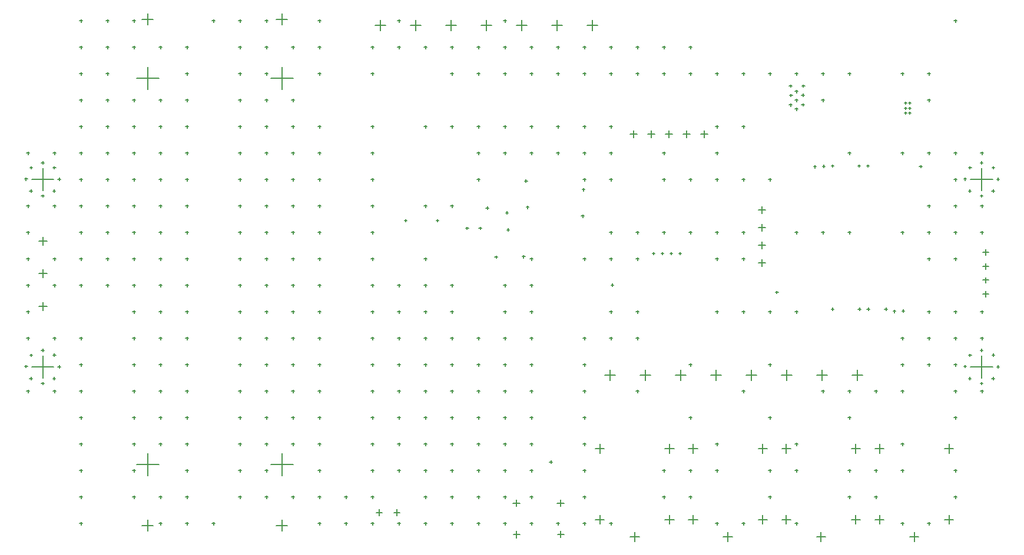
<source format=gbr>
%TF.GenerationSoftware,Altium Limited,Altium Designer,21.3.2 (30)*%
G04 Layer_Color=128*
%FSLAX26Y26*%
%MOIN*%
%TF.SameCoordinates,5CB9DBA1-4DA9-4ED0-9B61-E5D9B39C4D3D*%
%TF.FilePolarity,Positive*%
%TF.FileFunction,Drillmap*%
%TF.Part,Single*%
G01*
G75*
%TA.AperFunction,NonConductor*%
%ADD88C,0.005000*%
D88*
X151378Y1465961D02*
X198622D01*
X175000Y1442339D02*
Y1489583D01*
X151378Y1651000D02*
X198622D01*
X175000Y1627378D02*
Y1674622D01*
X151378Y1836039D02*
X198622D01*
X175000Y1812417D02*
Y1859661D01*
X4756000Y1075000D02*
X4816000D01*
X4786000Y1045000D02*
Y1105000D01*
X4556000Y1075000D02*
X4616000D01*
X4586000Y1045000D02*
Y1105000D01*
X4355667Y1075000D02*
X4415667D01*
X4385667Y1045000D02*
Y1105000D01*
X4155667Y1075000D02*
X4215667D01*
X4185667Y1045000D02*
Y1105000D01*
X3955333Y1075000D02*
X4015333D01*
X3985333Y1045000D02*
Y1105000D01*
X3755333Y1075000D02*
X3815333D01*
X3785333Y1045000D02*
Y1105000D01*
X3555000Y1075000D02*
X3615000D01*
X3585000Y1045000D02*
Y1105000D01*
X3355000Y1075000D02*
X3415000D01*
X3385000Y1045000D02*
Y1105000D01*
X3498317Y2441000D02*
X3537683D01*
X3518000Y2421317D02*
Y2460683D01*
X3598317Y2441000D02*
X3637683D01*
X3618000Y2421317D02*
Y2460683D01*
X3698317Y2441000D02*
X3737683D01*
X3718000Y2421317D02*
Y2460683D01*
X3798317Y2441000D02*
X3837683D01*
X3818000Y2421317D02*
Y2460683D01*
X3898317Y2441000D02*
X3937683D01*
X3918000Y2421317D02*
Y2460683D01*
X2160284Y296449D02*
X2195716D01*
X2178000Y278732D02*
Y314165D01*
X2060284Y296449D02*
X2095716D01*
X2078000Y278732D02*
Y314165D01*
X2056000Y3059000D02*
X2116000D01*
X2086000Y3029000D02*
Y3089000D01*
X2256000Y3059000D02*
X2316000D01*
X2286000Y3029000D02*
Y3089000D01*
X2456000Y3059000D02*
X2516000D01*
X2486000Y3029000D02*
Y3089000D01*
X2656000Y3059000D02*
X2716000D01*
X2686000Y3029000D02*
Y3089000D01*
X2856000Y3059000D02*
X2916000D01*
X2886000Y3029000D02*
Y3089000D01*
X3056000Y3059000D02*
X3116000D01*
X3086000Y3029000D02*
Y3089000D01*
X3256000Y3059000D02*
X3316000D01*
X3286000Y3029000D02*
Y3089000D01*
X735504Y223182D02*
X798496D01*
X767000Y191686D02*
Y254678D01*
X735504Y3093261D02*
X798496D01*
X767000Y3061765D02*
Y3124757D01*
X1495347Y3093261D02*
X1558339D01*
X1526843Y3061765D02*
Y3124757D01*
X1495347Y223182D02*
X1558339D01*
X1526843Y191686D02*
Y254678D01*
X1463851Y569245D02*
X1589835D01*
X1526843Y506253D02*
Y632237D01*
X704008Y569245D02*
X829992D01*
X767000Y506253D02*
Y632237D01*
X1463851Y2759009D02*
X1589835D01*
X1526843Y2696017D02*
Y2822001D01*
X704008Y2759009D02*
X829992D01*
X767000Y2696017D02*
Y2822001D01*
X4224500Y1712000D02*
X4263500D01*
X4244000Y1692500D02*
Y1731500D01*
X4224500Y1812000D02*
X4263500D01*
X4244000Y1792500D02*
Y1831500D01*
X4224500Y1912000D02*
X4263500D01*
X4244000Y1892500D02*
Y1931500D01*
X4224500Y2012000D02*
X4263500D01*
X4244000Y1992500D02*
Y2031500D01*
X3086000Y350000D02*
X3124000D01*
X3105000Y331000D02*
Y369000D01*
X3087000Y173000D02*
X3125000D01*
X3106000Y154000D02*
Y192000D01*
X2837000Y172000D02*
X2875000D01*
X2856000Y153000D02*
Y191000D01*
X2836000Y350000D02*
X2874000D01*
X2855000Y331000D02*
Y369000D01*
X4750593Y658158D02*
X4801774D01*
X4776184Y632567D02*
Y683748D01*
X4356892Y658158D02*
X4408073D01*
X4382483Y632567D02*
Y683748D01*
X4553743Y158157D02*
X4604924D01*
X4579333Y132567D02*
Y183748D01*
X4356892Y256583D02*
X4408073D01*
X4382483Y230992D02*
Y282173D01*
X4750593Y256583D02*
X4801774D01*
X4776184Y230992D02*
Y282173D01*
X3695260Y658158D02*
X3746441D01*
X3720850Y632567D02*
Y683748D01*
X3301559Y658158D02*
X3352740D01*
X3327150Y632567D02*
Y683748D01*
X3498410Y158157D02*
X3549590D01*
X3524000Y132567D02*
Y183748D01*
X3301559Y256583D02*
X3352740D01*
X3327150Y230992D02*
Y282173D01*
X3695260Y256583D02*
X3746441D01*
X3720850Y230992D02*
Y282173D01*
X4222926Y658158D02*
X4274108D01*
X4248517Y632567D02*
Y683748D01*
X3829226Y658158D02*
X3880407D01*
X3854816Y632567D02*
Y683748D01*
X4026076Y158157D02*
X4077257D01*
X4051667Y132567D02*
Y183748D01*
X3829226Y256583D02*
X3880407D01*
X3854816Y230992D02*
Y282173D01*
X4222926Y256583D02*
X4274108D01*
X4248517Y230992D02*
Y282173D01*
X5278260Y658158D02*
X5329441D01*
X5303850Y632567D02*
Y683748D01*
X4884559Y658158D02*
X4935740D01*
X4910149Y632567D02*
Y683748D01*
X5081409Y158157D02*
X5132590D01*
X5107000Y132567D02*
Y183748D01*
X4884559Y256583D02*
X4935740D01*
X4910149Y230992D02*
Y282173D01*
X5278260Y256583D02*
X5329441D01*
X5303850Y230992D02*
Y282173D01*
X5495252Y1534890D02*
X5526748D01*
X5511000Y1519142D02*
Y1550638D01*
X5495252Y1613630D02*
X5526748D01*
X5511000Y1597882D02*
Y1629378D01*
X5495252Y1692370D02*
X5526748D01*
X5511000Y1676622D02*
Y1708118D01*
X5495252Y1771110D02*
X5526748D01*
X5511000Y1755362D02*
Y1786858D01*
X4471434Y2715278D02*
X4486434D01*
X4478934Y2707778D02*
Y2722778D01*
X4836500Y2261000D02*
X4851500D01*
X4844000Y2253500D02*
Y2268500D01*
X4939500Y1450000D02*
X4954500D01*
X4947000Y1442500D02*
Y1457500D01*
X4587500Y2260000D02*
X4602500D01*
X4595000Y2252500D02*
Y2267500D01*
X4637500Y2261000D02*
X4652500D01*
X4645000Y2253500D02*
Y2268500D01*
X5037500Y1440000D02*
X5052500D01*
X5045000Y1432500D02*
Y1447500D01*
X4987500Y1437000D02*
X5002500D01*
X4995000Y1429500D02*
Y1444500D01*
X4537500Y2257000D02*
X4552500D01*
X4545000Y2249500D02*
Y2264500D01*
X4789500Y1450000D02*
X4804500D01*
X4797000Y1442500D02*
Y1457500D01*
X3724500Y1765000D02*
X3739500D01*
X3732000Y1757500D02*
Y1772500D01*
X4637500Y1450000D02*
X4652500D01*
X4645000Y1442500D02*
Y1457500D01*
X3674500Y1765000D02*
X3689500D01*
X3682000Y1757500D02*
Y1772500D01*
X3227500Y2127500D02*
X3242500D01*
X3235000Y2120000D02*
Y2135000D01*
X3774500Y1765000D02*
X3789500D01*
X3782000Y1757500D02*
Y1772500D01*
X4839500Y1450000D02*
X4854500D01*
X4847000Y1442500D02*
Y1457500D01*
X3624500Y1765000D02*
X3639500D01*
X3632000Y1757500D02*
Y1772500D01*
X2642500Y1909000D02*
X2657500D01*
X2650000Y1901500D02*
Y1916500D01*
X2887925Y1747000D02*
X2902925D01*
X2895425Y1739500D02*
Y1754500D01*
X2732606Y1745000D02*
X2747606D01*
X2740106Y1737500D02*
Y1752500D01*
X2901500Y2176000D02*
X2916500D01*
X2909000Y2168500D02*
Y2183500D01*
X2910500Y2027000D02*
X2925500D01*
X2918000Y2019500D02*
Y2034500D01*
X3222500Y1977000D02*
X3237500D01*
X3230000Y1969500D02*
Y1984500D01*
X2221000Y1951000D02*
X2236000D01*
X2228500Y1943500D02*
Y1958500D01*
X2400500Y1952000D02*
X2415500D01*
X2408000Y1944500D02*
Y1959500D01*
X2568500Y1908000D02*
X2583500D01*
X2576000Y1900500D02*
Y1915500D01*
X4399434Y2715278D02*
X4414434D01*
X4406934Y2707778D02*
Y2722778D01*
X4401434Y2661278D02*
X4416434D01*
X4408934Y2653778D02*
Y2668778D01*
X2794500Y1996000D02*
X2809500D01*
X2802000Y1988500D02*
Y2003500D01*
X2799535Y1899965D02*
X2814535D01*
X2807035Y1892465D02*
Y1907465D01*
X3389681Y1586181D02*
X3404681D01*
X3397181Y1578681D02*
Y1593681D01*
X4787500Y2261000D02*
X4802500D01*
X4795000Y2253500D02*
Y2268500D01*
X4399434Y2607278D02*
X4414434D01*
X4406934Y2599778D02*
Y2614778D01*
X4469434Y2609278D02*
X4484434D01*
X4476934Y2601778D02*
Y2616778D01*
X4469434Y2663278D02*
X4484434D01*
X4476934Y2655778D02*
Y2670778D01*
X4432500Y2584000D02*
X4447500D01*
X4440000Y2576500D02*
Y2591500D01*
X4432500Y2634000D02*
X4447500D01*
X4440000Y2626500D02*
Y2641500D01*
X4432500Y2684000D02*
X4447500D01*
X4440000Y2676500D02*
Y2691500D01*
X5135500Y2259000D02*
X5150500D01*
X5143000Y2251500D02*
Y2266500D01*
X5050500Y2618000D02*
X5065500D01*
X5058000Y2610500D02*
Y2625500D01*
X5074500Y2589000D02*
X5089500D01*
X5082000Y2581500D02*
Y2596500D01*
X5050500Y2589000D02*
X5065500D01*
X5058000Y2581500D02*
Y2596500D01*
X3042500Y583000D02*
X3057500D01*
X3050000Y575500D02*
Y590500D01*
X4321500Y1545000D02*
X4336500D01*
X4329000Y1537500D02*
Y1552500D01*
X5074500Y2618000D02*
X5089500D01*
X5082000Y2610500D02*
Y2625500D01*
X5074336Y2562602D02*
X5089336D01*
X5081836Y2555102D02*
Y2570102D01*
X5050336Y2562602D02*
X5065336D01*
X5057836Y2555102D02*
Y2570102D01*
X82500Y1434000D02*
X97500D01*
X90000Y1426500D02*
Y1441500D01*
X232500Y984000D02*
X247500D01*
X240000Y976500D02*
Y991500D01*
X82500Y1584000D02*
X97500D01*
X90000Y1576500D02*
Y1591500D01*
X82500Y1734000D02*
X97500D01*
X90000Y1726500D02*
Y1741500D01*
X82500Y1284000D02*
X97500D01*
X90000Y1276500D02*
Y1291500D01*
X258770Y1123320D02*
X273770D01*
X266270Y1115820D02*
Y1130820D01*
X71770Y1124320D02*
X86770D01*
X79270Y1116820D02*
Y1131820D01*
X165540Y1216320D02*
X180540D01*
X173040Y1208820D02*
Y1223820D01*
X165540Y1029025D02*
X180540D01*
X173040Y1021525D02*
Y1036525D01*
X231770Y1189320D02*
X246770D01*
X239270Y1181820D02*
Y1196820D01*
X99770Y1188320D02*
X114770D01*
X107270Y1180820D02*
Y1195820D01*
X98770Y1056320D02*
X113770D01*
X106270Y1048820D02*
Y1063820D01*
X230770Y1056320D02*
X245770D01*
X238270Y1048820D02*
Y1063820D01*
X5573730Y1123320D02*
X5588730D01*
X5581230Y1115820D02*
Y1130820D01*
X5386730Y1124320D02*
X5401730D01*
X5394230Y1116820D02*
Y1131820D01*
X5480500Y1216320D02*
X5495500D01*
X5488000Y1208820D02*
Y1223820D01*
X5480500Y1029025D02*
X5495500D01*
X5488000Y1021525D02*
Y1036525D01*
X5546730Y1189320D02*
X5561730D01*
X5554230Y1181820D02*
Y1196820D01*
X5414730Y1188320D02*
X5429730D01*
X5422230Y1180820D02*
Y1195820D01*
X5413730Y1056320D02*
X5428730D01*
X5421230Y1048820D02*
Y1063820D01*
X5545730Y1056320D02*
X5560730D01*
X5553230Y1048820D02*
Y1063820D01*
X5573730Y2186312D02*
X5588730D01*
X5581230Y2178812D02*
Y2193812D01*
X982500Y2634000D02*
X997500D01*
X990000Y2626500D02*
Y2641500D01*
X982500Y534000D02*
X997500D01*
X990000Y526500D02*
Y541500D01*
X982500Y1434000D02*
X997500D01*
X990000Y1426500D02*
Y1441500D01*
X1282500Y534000D02*
X1297500D01*
X1290000Y526500D02*
Y541500D01*
X1282500Y834000D02*
X1297500D01*
X1290000Y826500D02*
Y841500D01*
X1132500Y234000D02*
X1147500D01*
X1140000Y226500D02*
Y241500D01*
X832500Y2634000D02*
X847500D01*
X840000Y2626500D02*
Y2641500D01*
X982500Y1284000D02*
X997500D01*
X990000Y1276500D02*
Y1291500D01*
X1282500Y1134000D02*
X1297500D01*
X1290000Y1126500D02*
Y1141500D01*
X832500Y2934000D02*
X847500D01*
X840000Y2926500D02*
Y2941500D01*
X982500Y2484000D02*
X997500D01*
X990000Y2476500D02*
Y2491500D01*
X1282500Y684000D02*
X1297500D01*
X1290000Y676500D02*
Y691500D01*
X832500Y2334000D02*
X847500D01*
X840000Y2326500D02*
Y2341500D01*
X1282500Y984000D02*
X1297500D01*
X1290000Y976500D02*
Y991500D01*
X1282500Y1434000D02*
X1297500D01*
X1290000Y1426500D02*
Y1441500D01*
X982500Y2034000D02*
X997500D01*
X990000Y2026500D02*
Y2041500D01*
X982500Y1884000D02*
X997500D01*
X990000Y1876500D02*
Y1891500D01*
X982500Y2934000D02*
X997500D01*
X990000Y2926500D02*
Y2941500D01*
X832500Y1734000D02*
X847500D01*
X840000Y1726500D02*
Y1741500D01*
X982500Y2184000D02*
X997500D01*
X990000Y2176500D02*
Y2191500D01*
X1132500Y3084000D02*
X1147500D01*
X1140000Y3076500D02*
Y3091500D01*
X982500Y684000D02*
X997500D01*
X990000Y676500D02*
Y691500D01*
X982500Y1134000D02*
X997500D01*
X990000Y1126500D02*
Y1141500D01*
X982500Y834000D02*
X997500D01*
X990000Y826500D02*
Y841500D01*
X982500Y234000D02*
X997500D01*
X990000Y226500D02*
Y241500D01*
X1282500Y384000D02*
X1297500D01*
X1290000Y376500D02*
Y391500D01*
X832500Y1884000D02*
X847500D01*
X840000Y1876500D02*
Y1891500D01*
X832500Y1584000D02*
X847500D01*
X840000Y1576500D02*
Y1591500D01*
X982500Y2334000D02*
X997500D01*
X990000Y2326500D02*
Y2341500D01*
X982500Y984000D02*
X997500D01*
X990000Y976500D02*
Y991500D01*
X982500Y1734000D02*
X997500D01*
X990000Y1726500D02*
Y1741500D01*
X982500Y2784000D02*
X997500D01*
X990000Y2776500D02*
Y2791500D01*
X832500Y2034000D02*
X847500D01*
X840000Y2026500D02*
Y2041500D01*
X832500Y2184000D02*
X847500D01*
X840000Y2176500D02*
Y2191500D01*
X1282500Y1284000D02*
X1297500D01*
X1290000Y1276500D02*
Y1291500D01*
X832500Y2484000D02*
X847500D01*
X840000Y2476500D02*
Y2491500D01*
X982500Y384000D02*
X997500D01*
X990000Y376500D02*
Y391500D01*
X982500Y1584000D02*
X997500D01*
X990000Y1576500D02*
Y1591500D01*
X3832500Y2934000D02*
X3847500D01*
X3840000Y2926500D02*
Y2941500D01*
X3982500Y234000D02*
X3997500D01*
X3990000Y226500D02*
Y241500D01*
X3982500Y534000D02*
X3997500D01*
X3990000Y526500D02*
Y541500D01*
X3982500Y684000D02*
X3997500D01*
X3990000Y676500D02*
Y691500D01*
X3982500Y1434000D02*
X3997500D01*
X3990000Y1426500D02*
Y1441500D01*
X3982500Y1734000D02*
X3997500D01*
X3990000Y1726500D02*
Y1741500D01*
X3982500Y1884000D02*
X3997500D01*
X3990000Y1876500D02*
Y1891500D01*
X3982500Y2184000D02*
X3997500D01*
X3990000Y2176500D02*
Y2191500D01*
X3982500Y2334000D02*
X3997500D01*
X3990000Y2326500D02*
Y2341500D01*
X3982500Y2484000D02*
X3997500D01*
X3990000Y2476500D02*
Y2491500D01*
X3982500Y2784000D02*
X3997500D01*
X3990000Y2776500D02*
Y2791500D01*
X4132500Y234000D02*
X4147500D01*
X4140000Y226500D02*
Y241500D01*
X4132500Y984000D02*
X4147500D01*
X4140000Y976500D02*
Y991500D01*
X4132500Y1434000D02*
X4147500D01*
X4140000Y1426500D02*
Y1441500D01*
X4132500Y1734000D02*
X4147500D01*
X4140000Y1726500D02*
Y1741500D01*
X4132500Y1884000D02*
X4147500D01*
X4140000Y1876500D02*
Y1891500D01*
X4132500Y2484000D02*
X4147500D01*
X4140000Y2476500D02*
Y2491500D01*
X4282500Y384000D02*
X4297500D01*
X4290000Y376500D02*
Y391500D01*
X4132500Y2784000D02*
X4147500D01*
X4140000Y2776500D02*
Y2791500D01*
X4132500Y2184000D02*
X4147500D01*
X4140000Y2176500D02*
Y2191500D01*
X1582500Y1584000D02*
X1597500D01*
X1590000Y1576500D02*
Y1591500D01*
X1582500Y2334000D02*
X1597500D01*
X1590000Y2326500D02*
Y2341500D01*
X1432500Y1134000D02*
X1447500D01*
X1440000Y1126500D02*
Y1141500D01*
X1582500Y2484000D02*
X1597500D01*
X1590000Y2476500D02*
Y2491500D01*
X1732500Y2034000D02*
X1747500D01*
X1740000Y2026500D02*
Y2041500D01*
X1432500Y834000D02*
X1447500D01*
X1440000Y826500D02*
Y841500D01*
X1432500Y2034000D02*
X1447500D01*
X1440000Y2026500D02*
Y2041500D01*
X1732500Y1134000D02*
X1747500D01*
X1740000Y1126500D02*
Y1141500D01*
X1282500Y1584000D02*
X1297500D01*
X1290000Y1576500D02*
Y1591500D01*
X1732500Y2334000D02*
X1747500D01*
X1740000Y2326500D02*
Y2341500D01*
X1732500Y1434000D02*
X1747500D01*
X1740000Y1426500D02*
Y1441500D01*
X1732500Y984000D02*
X1747500D01*
X1740000Y976500D02*
Y991500D01*
X1582500Y384000D02*
X1597500D01*
X1590000Y376500D02*
Y391500D01*
X1732500Y2484000D02*
X1747500D01*
X1740000Y2476500D02*
Y2491500D01*
X1282500Y2034000D02*
X1297500D01*
X1290000Y2026500D02*
Y2041500D01*
X1732500Y1734000D02*
X1747500D01*
X1740000Y1726500D02*
Y1741500D01*
X1732500Y1584000D02*
X1747500D01*
X1740000Y1576500D02*
Y1591500D01*
X1582500Y2034000D02*
X1597500D01*
X1590000Y2026500D02*
Y2041500D01*
X1732500Y384000D02*
X1747500D01*
X1740000Y376500D02*
Y391500D01*
X1582500Y1284000D02*
X1597500D01*
X1590000Y1276500D02*
Y1291500D01*
X1432500Y2334000D02*
X1447500D01*
X1440000Y2326500D02*
Y2341500D01*
X1582500Y984000D02*
X1597500D01*
X1590000Y976500D02*
Y991500D01*
X1282500Y2784000D02*
X1297500D01*
X1290000Y2776500D02*
Y2791500D01*
X1432500Y384000D02*
X1447500D01*
X1440000Y376500D02*
Y391500D01*
X1432500Y2184000D02*
X1447500D01*
X1440000Y2176500D02*
Y2191500D01*
X1582500Y2934000D02*
X1597500D01*
X1590000Y2926500D02*
Y2941500D01*
X1282500Y1734000D02*
X1297500D01*
X1290000Y1726500D02*
Y1741500D01*
X1432500Y2634000D02*
X1447500D01*
X1440000Y2626500D02*
Y2641500D01*
X1432500Y1884000D02*
X1447500D01*
X1440000Y1876500D02*
Y1891500D01*
X1582500Y1434000D02*
X1597500D01*
X1590000Y1426500D02*
Y1441500D01*
X1282500Y2934000D02*
X1297500D01*
X1290000Y2926500D02*
Y2941500D01*
X1432500Y1434000D02*
X1447500D01*
X1440000Y1426500D02*
Y1441500D01*
X1732500Y2784000D02*
X1747500D01*
X1740000Y2776500D02*
Y2791500D01*
X1282500Y2334000D02*
X1297500D01*
X1290000Y2326500D02*
Y2341500D01*
X1732500Y534000D02*
X1747500D01*
X1740000Y526500D02*
Y541500D01*
X1582500Y684000D02*
X1597500D01*
X1590000Y676500D02*
Y691500D01*
X1432500Y1584000D02*
X1447500D01*
X1440000Y1576500D02*
Y1591500D01*
X1432500Y2784000D02*
X1447500D01*
X1440000Y2776500D02*
Y2791500D01*
X1582500Y1134000D02*
X1597500D01*
X1590000Y1126500D02*
Y1141500D01*
X1432500Y1284000D02*
X1447500D01*
X1440000Y1276500D02*
Y1291500D01*
X1282500Y2634000D02*
X1297500D01*
X1290000Y2626500D02*
Y2641500D01*
X1432500Y684000D02*
X1447500D01*
X1440000Y676500D02*
Y691500D01*
X1432500Y984000D02*
X1447500D01*
X1440000Y976500D02*
Y991500D01*
X1432500Y2934000D02*
X1447500D01*
X1440000Y2926500D02*
Y2941500D01*
X1582500Y1884000D02*
X1597500D01*
X1590000Y1876500D02*
Y1891500D01*
X1582500Y2634000D02*
X1597500D01*
X1590000Y2626500D02*
Y2641500D01*
X1432500Y3084000D02*
X1447500D01*
X1440000Y3076500D02*
Y3091500D01*
X1732500Y2184000D02*
X1747500D01*
X1740000Y2176500D02*
Y2191500D01*
X1282500Y1884000D02*
X1297500D01*
X1290000Y1876500D02*
Y1891500D01*
X1432500Y534000D02*
X1447500D01*
X1440000Y526500D02*
Y541500D01*
X1432500Y1734000D02*
X1447500D01*
X1440000Y1726500D02*
Y1741500D01*
X1732500Y234000D02*
X1747500D01*
X1740000Y226500D02*
Y241500D01*
X1732500Y834000D02*
X1747500D01*
X1740000Y826500D02*
Y841500D01*
X1582500Y1734000D02*
X1597500D01*
X1590000Y1726500D02*
Y1741500D01*
X1732500Y1884000D02*
X1747500D01*
X1740000Y1876500D02*
Y1891500D01*
X1282500Y2484000D02*
X1297500D01*
X1290000Y2476500D02*
Y2491500D01*
X1582500Y2184000D02*
X1597500D01*
X1590000Y2176500D02*
Y2191500D01*
X1282500Y3084000D02*
X1297500D01*
X1290000Y3076500D02*
Y3091500D01*
X1732500Y1284000D02*
X1747500D01*
X1740000Y1276500D02*
Y1291500D01*
X1582500Y834000D02*
X1597500D01*
X1590000Y826500D02*
Y841500D01*
X1282500Y2184000D02*
X1297500D01*
X1290000Y2176500D02*
Y2191500D01*
X1432500Y2484000D02*
X1447500D01*
X1440000Y2476500D02*
Y2491500D01*
X1732500Y684000D02*
X1747500D01*
X1740000Y676500D02*
Y691500D01*
X532500Y2634000D02*
X547500D01*
X540000Y2626500D02*
Y2641500D01*
X682500Y2334000D02*
X697500D01*
X690000Y2326500D02*
Y2341500D01*
X682500Y2484000D02*
X697500D01*
X690000Y2476500D02*
Y2491500D01*
X682500Y1734000D02*
X697500D01*
X690000Y1726500D02*
Y1741500D01*
X532500Y2334000D02*
X547500D01*
X540000Y2326500D02*
Y2341500D01*
X682500Y1134000D02*
X697500D01*
X690000Y1126500D02*
Y1141500D01*
X232500Y1284000D02*
X247500D01*
X240000Y1276500D02*
Y1291500D01*
X532500Y2484000D02*
X547500D01*
X540000Y2476500D02*
Y2491500D01*
X832500Y684000D02*
X847500D01*
X840000Y676500D02*
Y691500D01*
X682500Y984000D02*
X697500D01*
X690000Y976500D02*
Y991500D01*
X382500Y234000D02*
X397500D01*
X390000Y226500D02*
Y241500D01*
X532500Y1884000D02*
X547500D01*
X540000Y1876500D02*
Y1891500D01*
X682500Y2034000D02*
X697500D01*
X690000Y2026500D02*
Y2041500D01*
X532500Y3084000D02*
X547500D01*
X540000Y3076500D02*
Y3091500D01*
X382500Y1884000D02*
X397500D01*
X390000Y1876500D02*
Y1891500D01*
X832500Y834000D02*
X847500D01*
X840000Y826500D02*
Y841500D01*
X382500Y2934000D02*
X397500D01*
X390000Y2926500D02*
Y2941500D01*
X682500Y2934000D02*
X697500D01*
X690000Y2926500D02*
Y2941500D01*
X382500Y1134000D02*
X397500D01*
X390000Y1126500D02*
Y1141500D01*
X532500Y2934000D02*
X547500D01*
X540000Y2926500D02*
Y2941500D01*
X682500Y2184000D02*
X697500D01*
X690000Y2176500D02*
Y2191500D01*
X382500Y1734000D02*
X397500D01*
X390000Y1726500D02*
Y1741500D01*
X382500Y834000D02*
X397500D01*
X390000Y826500D02*
Y841500D01*
X532500Y2184000D02*
X547500D01*
X540000Y2176500D02*
Y2191500D01*
X382500Y1284000D02*
X397500D01*
X390000Y1276500D02*
Y1291500D01*
X382500Y984000D02*
X397500D01*
X390000Y976500D02*
Y991500D01*
X832500Y1284000D02*
X847500D01*
X840000Y1276500D02*
Y1291500D01*
X832500Y234000D02*
X847500D01*
X840000Y226500D02*
Y241500D01*
X382500Y684000D02*
X397500D01*
X390000Y676500D02*
Y691500D01*
X682500Y1884000D02*
X697500D01*
X690000Y1876500D02*
Y1891500D01*
X532500Y1584000D02*
X547500D01*
X540000Y1576500D02*
Y1591500D01*
X382500Y2484000D02*
X397500D01*
X390000Y2476500D02*
Y2491500D01*
X232500Y1734000D02*
X247500D01*
X240000Y1726500D02*
Y1741500D01*
X682500Y1584000D02*
X697500D01*
X690000Y1576500D02*
Y1591500D01*
X382500Y2184000D02*
X397500D01*
X390000Y2176500D02*
Y2191500D01*
X682500Y2634000D02*
X697500D01*
X690000Y2626500D02*
Y2641500D01*
X682500Y1434000D02*
X697500D01*
X690000Y1426500D02*
Y1441500D01*
X682500Y3084000D02*
X697500D01*
X690000Y3076500D02*
Y3091500D01*
X382500Y2034000D02*
X397500D01*
X390000Y2026500D02*
Y2041500D01*
X682500Y384000D02*
X697500D01*
X690000Y376500D02*
Y391500D01*
X832500Y384000D02*
X847500D01*
X840000Y376500D02*
Y391500D01*
X382500Y384000D02*
X397500D01*
X390000Y376500D02*
Y391500D01*
X832500Y984000D02*
X847500D01*
X840000Y976500D02*
Y991500D01*
X382500Y534000D02*
X397500D01*
X390000Y526500D02*
Y541500D01*
X682500Y684000D02*
X697500D01*
X690000Y676500D02*
Y691500D01*
X532500Y2784000D02*
X547500D01*
X540000Y2776500D02*
Y2791500D01*
X832500Y1134000D02*
X847500D01*
X840000Y1126500D02*
Y1141500D01*
X682500Y834000D02*
X697500D01*
X690000Y826500D02*
Y841500D01*
X532500Y1734000D02*
X547500D01*
X540000Y1726500D02*
Y1741500D01*
X82500Y2034000D02*
X97500D01*
X90000Y2026500D02*
Y2041500D01*
X382500Y3084000D02*
X397500D01*
X390000Y3076500D02*
Y3091500D01*
X382500Y1584000D02*
X397500D01*
X390000Y1576500D02*
Y1591500D01*
X82500Y2334000D02*
X97500D01*
X90000Y2326500D02*
Y2341500D01*
X382500Y2334000D02*
X397500D01*
X390000Y2326500D02*
Y2341500D01*
X682500Y534000D02*
X697500D01*
X690000Y526500D02*
Y541500D01*
X232500Y1584000D02*
X247500D01*
X240000Y1576500D02*
Y1591500D01*
X532500Y2034000D02*
X547500D01*
X540000Y2026500D02*
Y2041500D01*
X832500Y1434000D02*
X847500D01*
X840000Y1426500D02*
Y1441500D01*
X382500Y2784000D02*
X397500D01*
X390000Y2776500D02*
Y2791500D01*
X232500Y2034000D02*
X247500D01*
X240000Y2026500D02*
Y2041500D01*
X682500Y1284000D02*
X697500D01*
X690000Y1276500D02*
Y1291500D01*
X382500Y2634000D02*
X397500D01*
X390000Y2626500D02*
Y2641500D01*
X232500Y2334000D02*
X247500D01*
X240000Y2326500D02*
Y2341500D01*
X5482500Y2334000D02*
X5497500D01*
X5490000Y2326500D02*
Y2341500D01*
X5482500Y2034000D02*
X5497500D01*
X5490000Y2026500D02*
Y2041500D01*
X5482500Y1884000D02*
X5497500D01*
X5490000Y1876500D02*
Y1891500D01*
X5482500Y1434000D02*
X5497500D01*
X5490000Y1426500D02*
Y1441500D01*
X5482500Y1284000D02*
X5497500D01*
X5490000Y1276500D02*
Y1291500D01*
X5482500Y984000D02*
X5497500D01*
X5490000Y976500D02*
Y991500D01*
X5332500Y3084000D02*
X5347500D01*
X5340000Y3076500D02*
Y3091500D01*
X5332500Y2334000D02*
X5347500D01*
X5340000Y2326500D02*
Y2341500D01*
X5332500Y2184000D02*
X5347500D01*
X5340000Y2176500D02*
Y2191500D01*
X5332500Y2034000D02*
X5347500D01*
X5340000Y2026500D02*
Y2041500D01*
X5332500Y1884000D02*
X5347500D01*
X5340000Y1876500D02*
Y1891500D01*
X5332500Y1734000D02*
X5347500D01*
X5340000Y1726500D02*
Y1741500D01*
X5332500Y1434000D02*
X5347500D01*
X5340000Y1426500D02*
Y1441500D01*
X5332500Y1284000D02*
X5347500D01*
X5340000Y1276500D02*
Y1291500D01*
X5332500Y1134000D02*
X5347500D01*
X5340000Y1126500D02*
Y1141500D01*
X5332500Y984000D02*
X5347500D01*
X5340000Y976500D02*
Y991500D01*
X5332500Y834000D02*
X5347500D01*
X5340000Y826500D02*
Y841500D01*
X5332500Y534000D02*
X5347500D01*
X5340000Y526500D02*
Y541500D01*
X5332500Y384000D02*
X5347500D01*
X5340000Y376500D02*
Y391500D01*
X5182500Y2784000D02*
X5197500D01*
X5190000Y2776500D02*
Y2791500D01*
X5182500Y2634000D02*
X5197500D01*
X5190000Y2626500D02*
Y2641500D01*
X5182500Y2334000D02*
X5197500D01*
X5190000Y2326500D02*
Y2341500D01*
X5182500Y2034000D02*
X5197500D01*
X5190000Y2026500D02*
Y2041500D01*
X5182500Y1884000D02*
X5197500D01*
X5190000Y1876500D02*
Y1891500D01*
X5182500Y1734000D02*
X5197500D01*
X5190000Y1726500D02*
Y1741500D01*
X5182500Y1434000D02*
X5197500D01*
X5190000Y1426500D02*
Y1441500D01*
X5182500Y1284000D02*
X5197500D01*
X5190000Y1276500D02*
Y1291500D01*
X5182500Y1134000D02*
X5197500D01*
X5190000Y1126500D02*
Y1141500D01*
X5182500Y234000D02*
X5197500D01*
X5190000Y226500D02*
Y241500D01*
X5032500Y2784000D02*
X5047500D01*
X5040000Y2776500D02*
Y2791500D01*
X5032500Y2334000D02*
X5047500D01*
X5040000Y2326500D02*
Y2341500D01*
X5032500Y1884000D02*
X5047500D01*
X5040000Y1876500D02*
Y1891500D01*
X5032500Y1284000D02*
X5047500D01*
X5040000Y1276500D02*
Y1291500D01*
X5032500Y1134000D02*
X5047500D01*
X5040000Y1126500D02*
Y1141500D01*
X5032500Y984000D02*
X5047500D01*
X5040000Y976500D02*
Y991500D01*
X4282500Y2184000D02*
X4297500D01*
X4290000Y2176500D02*
Y2191500D01*
X4882500Y534000D02*
X4897500D01*
X4890000Y526500D02*
Y541500D01*
X4732500Y834000D02*
X4747500D01*
X4740000Y826500D02*
Y841500D01*
X4732500Y1884000D02*
X4747500D01*
X4740000Y1876500D02*
Y1891500D01*
X4582500Y1884000D02*
X4597500D01*
X4590000Y1876500D02*
Y1891500D01*
X4432500Y2784000D02*
X4447500D01*
X4440000Y2776500D02*
Y2791500D01*
X4282500Y2784000D02*
X4297500D01*
X4290000Y2776500D02*
Y2791500D01*
X4882500Y984000D02*
X4897500D01*
X4890000Y976500D02*
Y991500D01*
X4732500Y2334000D02*
X4747500D01*
X4740000Y2326500D02*
Y2341500D01*
X4582500Y2634000D02*
X4597500D01*
X4590000Y2626500D02*
Y2641500D01*
X4582500Y984000D02*
X4597500D01*
X4590000Y976500D02*
Y991500D01*
X4432500Y234000D02*
X4447500D01*
X4440000Y226500D02*
Y241500D01*
X5032500Y234000D02*
X5047500D01*
X5040000Y226500D02*
Y241500D01*
X4732500Y2784000D02*
X4747500D01*
X4740000Y2776500D02*
Y2791500D01*
X4582500Y2784000D02*
X4597500D01*
X4590000Y2776500D02*
Y2791500D01*
X4432500Y1434000D02*
X4447500D01*
X4440000Y1426500D02*
Y1441500D01*
X4432500Y534000D02*
X4447500D01*
X4440000Y526500D02*
Y541500D01*
X5032500Y534000D02*
X5047500D01*
X5040000Y526500D02*
Y541500D01*
X4882500Y384000D02*
X4897500D01*
X4890000Y376500D02*
Y391500D01*
X4732500Y384000D02*
X4747500D01*
X4740000Y376500D02*
Y391500D01*
X4432500Y1884000D02*
X4447500D01*
X4440000Y1876500D02*
Y1891500D01*
X4432500Y684000D02*
X4447500D01*
X4440000Y676500D02*
Y691500D01*
X5032500Y684000D02*
X5047500D01*
X5040000Y676500D02*
Y691500D01*
X4732500Y984000D02*
X4747500D01*
X4740000Y976500D02*
Y991500D01*
X4732500Y534000D02*
X4747500D01*
X4740000Y526500D02*
Y541500D01*
X2682556Y2022974D02*
X2697556D01*
X2690056Y2015474D02*
Y2030474D01*
X3232500Y1734000D02*
X3247500D01*
X3240000Y1726500D02*
Y1741500D01*
X3382500Y1884000D02*
X3397500D01*
X3390000Y1876500D02*
Y1891500D01*
X3232500Y2484000D02*
X3247500D01*
X3240000Y2476500D02*
Y2491500D01*
X3232500Y2184000D02*
X3247500D01*
X3240000Y2176500D02*
Y2191500D01*
X3232500Y1284000D02*
X3247500D01*
X3240000Y1276500D02*
Y1291500D01*
X3532500Y1284000D02*
X3547500D01*
X3540000Y1276500D02*
Y1291500D01*
X3232500Y2934000D02*
X3247500D01*
X3240000Y2926500D02*
Y2941500D01*
X3532500Y1434000D02*
X3547500D01*
X3540000Y1426500D02*
Y1441500D01*
X3682500Y534000D02*
X3697500D01*
X3690000Y526500D02*
Y541500D01*
X3532500Y1734000D02*
X3547500D01*
X3540000Y1726500D02*
Y1741500D01*
X3832500Y534000D02*
X3847500D01*
X3840000Y526500D02*
Y541500D01*
X3382500Y2934000D02*
X3397500D01*
X3390000Y2926500D02*
Y2941500D01*
X3682500Y1884000D02*
X3697500D01*
X3690000Y1876500D02*
Y1891500D01*
X3232500Y1134000D02*
X3247500D01*
X3240000Y1126500D02*
Y1141500D01*
X3682500Y2184000D02*
X3697500D01*
X3690000Y2176500D02*
Y2191500D01*
X3382500Y1284000D02*
X3397500D01*
X3390000Y1276500D02*
Y1291500D01*
X3832500Y834000D02*
X3847500D01*
X3840000Y826500D02*
Y841500D01*
X3382500Y234000D02*
X3397500D01*
X3390000Y226500D02*
Y241500D01*
X3682500Y2334000D02*
X3697500D01*
X3690000Y2326500D02*
Y2341500D01*
X3532500Y1884000D02*
X3547500D01*
X3540000Y1876500D02*
Y1891500D01*
X3532500Y984000D02*
X3547500D01*
X3540000Y976500D02*
Y991500D01*
X3832500Y1134000D02*
X3847500D01*
X3840000Y1126500D02*
Y1141500D01*
X3682500Y2784000D02*
X3697500D01*
X3690000Y2776500D02*
Y2791500D01*
X3682500Y2934000D02*
X3697500D01*
X3690000Y2926500D02*
Y2941500D01*
X3232500Y2334000D02*
X3247500D01*
X3240000Y2326500D02*
Y2341500D01*
X3382500Y2784000D02*
X3397500D01*
X3390000Y2776500D02*
Y2791500D01*
X3532500Y2784000D02*
X3547500D01*
X3540000Y2776500D02*
Y2791500D01*
X3532500Y2934000D02*
X3547500D01*
X3540000Y2926500D02*
Y2941500D01*
X3382500Y1434000D02*
X3397500D01*
X3390000Y1426500D02*
Y1441500D01*
X3832500Y1884000D02*
X3847500D01*
X3840000Y1876500D02*
Y1891500D01*
X3382500Y2484000D02*
X3397500D01*
X3390000Y2476500D02*
Y2491500D01*
X3832500Y384000D02*
X3847500D01*
X3840000Y376500D02*
Y391500D01*
X3382500Y2334000D02*
X3397500D01*
X3390000Y2326500D02*
Y2341500D01*
X3832500Y2184000D02*
X3847500D01*
X3840000Y2176500D02*
Y2191500D01*
X3682500Y384000D02*
X3697500D01*
X3690000Y376500D02*
Y391500D01*
X3232500Y2784000D02*
X3247500D01*
X3240000Y2776500D02*
Y2791500D01*
X3382500Y2184000D02*
X3397500D01*
X3390000Y2176500D02*
Y2191500D01*
X3832500Y2784000D02*
X3847500D01*
X3840000Y2776500D02*
Y2791500D01*
X3382500Y1734000D02*
X3397500D01*
X3390000Y1726500D02*
Y1741500D01*
X2482500Y834000D02*
X2497500D01*
X2490000Y826500D02*
Y841500D01*
X2482500Y684000D02*
X2497500D01*
X2490000Y676500D02*
Y691500D01*
X2182500Y234000D02*
X2197500D01*
X2190000Y226500D02*
Y241500D01*
X2332500Y684000D02*
X2347500D01*
X2340000Y676500D02*
Y691500D01*
X2032500Y384000D02*
X2047500D01*
X2040000Y376500D02*
Y391500D01*
X2482500Y2034000D02*
X2497500D01*
X2490000Y2026500D02*
Y2041500D01*
X2482500Y234000D02*
X2497500D01*
X2490000Y226500D02*
Y241500D01*
X2482500Y384000D02*
X2497500D01*
X2490000Y376500D02*
Y391500D01*
X2032500Y1434000D02*
X2047500D01*
X2040000Y1426500D02*
Y1441500D01*
X2482500Y2784000D02*
X2497500D01*
X2490000Y2776500D02*
Y2791500D01*
X2032500Y1584000D02*
X2047500D01*
X2040000Y1576500D02*
Y1591500D01*
X2182500Y834000D02*
X2197500D01*
X2190000Y826500D02*
Y841500D01*
X2482500Y984000D02*
X2497500D01*
X2490000Y976500D02*
Y991500D01*
X2182500Y684000D02*
X2197500D01*
X2190000Y676500D02*
Y691500D01*
X2332500Y984000D02*
X2347500D01*
X2340000Y976500D02*
Y991500D01*
X1882500Y384000D02*
X1897500D01*
X1890000Y376500D02*
Y391500D01*
X2032500Y2034000D02*
X2047500D01*
X2040000Y2026500D02*
Y2041500D01*
X2032500Y1284000D02*
X2047500D01*
X2040000Y1276500D02*
Y1291500D01*
X1732500Y2934000D02*
X1747500D01*
X1740000Y2926500D02*
Y2941500D01*
X2032500Y1134000D02*
X2047500D01*
X2040000Y1126500D02*
Y1141500D01*
X2332500Y2934000D02*
X2347500D01*
X2340000Y2926500D02*
Y2941500D01*
X2182500Y1434000D02*
X2197500D01*
X2190000Y1426500D02*
Y1441500D01*
X2332500Y2034000D02*
X2347500D01*
X2340000Y2026500D02*
Y2041500D01*
X2182500Y2934000D02*
X2197500D01*
X2190000Y2926500D02*
Y2941500D01*
X2482500Y2484000D02*
X2497500D01*
X2490000Y2476500D02*
Y2491500D01*
X2482500Y1584000D02*
X2497500D01*
X2490000Y1576500D02*
Y1591500D01*
X2632500Y234000D02*
X2647500D01*
X2640000Y226500D02*
Y241500D01*
X2332500Y1584000D02*
X2347500D01*
X2340000Y1576500D02*
Y1591500D01*
X2032500Y2334000D02*
X2047500D01*
X2040000Y2326500D02*
Y2341500D01*
X2032500Y684000D02*
X2047500D01*
X2040000Y676500D02*
Y691500D01*
X2182500Y1134000D02*
X2197500D01*
X2190000Y1126500D02*
Y1141500D01*
X2032500Y234000D02*
X2047500D01*
X2040000Y226500D02*
Y241500D01*
X2182500Y984000D02*
X2197500D01*
X2190000Y976500D02*
Y991500D01*
X2482500Y534000D02*
X2497500D01*
X2490000Y526500D02*
Y541500D01*
X2332500Y1734000D02*
X2347500D01*
X2340000Y1726500D02*
Y1741500D01*
X2032500Y2934000D02*
X2047500D01*
X2040000Y2926500D02*
Y2941500D01*
X1732500Y3084000D02*
X1747500D01*
X1740000Y3076500D02*
Y3091500D01*
X1882500Y234000D02*
X1897500D01*
X1890000Y226500D02*
Y241500D01*
X2182500Y3084000D02*
X2197500D01*
X2190000Y3076500D02*
Y3091500D01*
X2482500Y2934000D02*
X2497500D01*
X2490000Y2926500D02*
Y2941500D01*
X2332500Y2484000D02*
X2347500D01*
X2340000Y2476500D02*
Y2491500D01*
X2332500Y1284000D02*
X2347500D01*
X2340000Y1276500D02*
Y1291500D01*
X2032500Y2484000D02*
X2047500D01*
X2040000Y2476500D02*
Y2491500D01*
X2182500Y1584000D02*
X2197500D01*
X2190000Y1576500D02*
Y1591500D01*
X2032500Y2184000D02*
X2047500D01*
X2040000Y2176500D02*
Y2191500D01*
X2332500Y384000D02*
X2347500D01*
X2340000Y376500D02*
Y391500D01*
X2482500Y1134000D02*
X2497500D01*
X2490000Y1126500D02*
Y1141500D01*
X2482500Y1284000D02*
X2497500D01*
X2490000Y1276500D02*
Y1291500D01*
X2482500Y1434000D02*
X2497500D01*
X2490000Y1426500D02*
Y1441500D01*
X2032500Y2784000D02*
X2047500D01*
X2040000Y2776500D02*
Y2791500D01*
X2032500Y984000D02*
X2047500D01*
X2040000Y976500D02*
Y991500D01*
X2182500Y1284000D02*
X2197500D01*
X2190000Y1276500D02*
Y1291500D01*
X2332500Y1134000D02*
X2347500D01*
X2340000Y1126500D02*
Y1141500D01*
X2182500Y534000D02*
X2197500D01*
X2190000Y526500D02*
Y541500D01*
X2032500Y1734000D02*
X2047500D01*
X2040000Y1726500D02*
Y1741500D01*
X2332500Y834000D02*
X2347500D01*
X2340000Y826500D02*
Y841500D01*
X2032500Y534000D02*
X2047500D01*
X2040000Y526500D02*
Y541500D01*
X2332500Y534000D02*
X2347500D01*
X2340000Y526500D02*
Y541500D01*
X2332500Y1434000D02*
X2347500D01*
X2340000Y1426500D02*
Y1441500D01*
X2332500Y234000D02*
X2347500D01*
X2340000Y226500D02*
Y241500D01*
X2032500Y834000D02*
X2047500D01*
X2040000Y826500D02*
Y841500D01*
X2032500Y1884000D02*
X2047500D01*
X2040000Y1876500D02*
Y1891500D01*
X2632500Y534000D02*
X2647500D01*
X2640000Y526500D02*
Y541500D01*
X2782500Y534000D02*
X2797500D01*
X2790000Y526500D02*
Y541500D01*
X2632500Y2934000D02*
X2647500D01*
X2640000Y2926500D02*
Y2941500D01*
X3082500Y2784000D02*
X3097500D01*
X3090000Y2776500D02*
Y2791500D01*
X2632500Y2184000D02*
X2647500D01*
X2640000Y2176500D02*
Y2191500D01*
X2632500Y384000D02*
X2647500D01*
X2640000Y376500D02*
Y391500D01*
X2632500Y1284000D02*
X2647500D01*
X2640000Y1276500D02*
Y1291500D01*
X3232500Y684000D02*
X3247500D01*
X3240000Y676500D02*
Y691500D01*
X2782500Y1134000D02*
X2797500D01*
X2790000Y1126500D02*
Y1141500D01*
X2782500Y834000D02*
X2797500D01*
X2790000Y826500D02*
Y841500D01*
X2632500Y2784000D02*
X2647500D01*
X2640000Y2776500D02*
Y2791500D01*
X2932500Y1134000D02*
X2947500D01*
X2940000Y1126500D02*
Y1141500D01*
X2782500Y2784000D02*
X2797500D01*
X2790000Y2776500D02*
Y2791500D01*
X3082500Y234000D02*
X3097500D01*
X3090000Y226500D02*
Y241500D01*
X2782500Y384000D02*
X2797500D01*
X2790000Y376500D02*
Y391500D01*
X3232500Y384000D02*
X3247500D01*
X3240000Y376500D02*
Y391500D01*
X2782500Y3084000D02*
X2797500D01*
X2790000Y3076500D02*
Y3091500D01*
X2782500Y2334000D02*
X2797500D01*
X2790000Y2326500D02*
Y2341500D01*
X2782500Y234000D02*
X2797500D01*
X2790000Y226500D02*
Y241500D01*
X3232500Y834000D02*
X3247500D01*
X3240000Y826500D02*
Y841500D01*
X2932500Y834000D02*
X2947500D01*
X2940000Y826500D02*
Y841500D01*
X2932500Y1734000D02*
X2947500D01*
X2940000Y1726500D02*
Y1741500D01*
X2932500Y684000D02*
X2947500D01*
X2940000Y676500D02*
Y691500D01*
X2632500Y1134000D02*
X2647500D01*
X2640000Y1126500D02*
Y1141500D01*
X2632500Y2334000D02*
X2647500D01*
X2640000Y2326500D02*
Y2341500D01*
X2632500Y834000D02*
X2647500D01*
X2640000Y826500D02*
Y841500D01*
X2632500Y984000D02*
X2647500D01*
X2640000Y976500D02*
Y991500D01*
X2932500Y234000D02*
X2947500D01*
X2940000Y226500D02*
Y241500D01*
X2932500Y384000D02*
X2947500D01*
X2940000Y376500D02*
Y391500D01*
X3082500Y2484000D02*
X3097500D01*
X3090000Y2476500D02*
Y2491500D01*
X2932500Y1284000D02*
X2947500D01*
X2940000Y1276500D02*
Y1291500D01*
X3232500Y984000D02*
X3247500D01*
X3240000Y976500D02*
Y991500D01*
X2632500Y2484000D02*
X2647500D01*
X2640000Y2476500D02*
Y2491500D01*
X2932500Y2784000D02*
X2947500D01*
X2940000Y2776500D02*
Y2791500D01*
X3232500Y234000D02*
X3247500D01*
X3240000Y226500D02*
Y241500D01*
X2932500Y2484000D02*
X2947500D01*
X2940000Y2476500D02*
Y2491500D01*
X2782500Y1434000D02*
X2797500D01*
X2790000Y1426500D02*
Y1441500D01*
X2932500Y2334000D02*
X2947500D01*
X2940000Y2326500D02*
Y2341500D01*
X2782500Y1284000D02*
X2797500D01*
X2790000Y1276500D02*
Y1291500D01*
X3232500Y534000D02*
X3247500D01*
X3240000Y526500D02*
Y541500D01*
X2632500Y684000D02*
X2647500D01*
X2640000Y676500D02*
Y691500D01*
X2932500Y534000D02*
X2947500D01*
X2940000Y526500D02*
Y541500D01*
X2932500Y1584000D02*
X2947500D01*
X2940000Y1576500D02*
Y1591500D01*
X2782500Y684000D02*
X2797500D01*
X2790000Y676500D02*
Y691500D01*
X2932500Y1434000D02*
X2947500D01*
X2940000Y1426500D02*
Y1441500D01*
X2782500Y2484000D02*
X2797500D01*
X2790000Y2476500D02*
Y2491500D01*
X2932500Y984000D02*
X2947500D01*
X2940000Y976500D02*
Y991500D01*
X2932500Y2934000D02*
X2947500D01*
X2940000Y2926500D02*
Y2941500D01*
X3082500Y2334000D02*
X3097500D01*
X3090000Y2326500D02*
Y2341500D01*
X3082500Y2934000D02*
X3097500D01*
X3090000Y2926500D02*
Y2941500D01*
X2782500Y2934000D02*
X2797500D01*
X2790000Y2926500D02*
Y2941500D01*
X2782500Y1584000D02*
X2797500D01*
X2790000Y1576500D02*
Y1591500D01*
X2782500Y984000D02*
X2797500D01*
X2790000Y976500D02*
Y991500D01*
X5386730Y2187312D02*
X5401730D01*
X5394230Y2179812D02*
Y2194812D01*
X5480500Y2279312D02*
X5495500D01*
X5488000Y2271812D02*
Y2286812D01*
X5480500Y2092017D02*
X5495500D01*
X5488000Y2084517D02*
Y2099517D01*
X5546730Y2252312D02*
X5561730D01*
X5554230Y2244812D02*
Y2259812D01*
X5414730Y2251312D02*
X5429730D01*
X5422230Y2243812D02*
Y2258812D01*
X5413730Y2119312D02*
X5428730D01*
X5421230Y2111812D02*
Y2126812D01*
X5545730Y2119312D02*
X5560730D01*
X5553230Y2111812D02*
Y2126812D01*
X258770Y2186312D02*
X273770D01*
X266270Y2178812D02*
Y2193812D01*
X71770Y2187312D02*
X86770D01*
X79270Y2179812D02*
Y2194812D01*
X165540Y2279312D02*
X180540D01*
X173040Y2271812D02*
Y2286812D01*
X165540Y2092017D02*
X180540D01*
X173040Y2084517D02*
Y2099517D01*
X231770Y2252312D02*
X246770D01*
X239270Y2244812D02*
Y2259812D01*
X99770Y2251312D02*
X114770D01*
X107270Y2243812D02*
Y2258812D01*
X98770Y2119312D02*
X113770D01*
X106270Y2111812D02*
Y2126812D01*
X230770Y2119312D02*
X245770D01*
X238270Y2111812D02*
Y2126812D01*
X82500Y984000D02*
X97500D01*
X90000Y976500D02*
Y991500D01*
X82500Y1884000D02*
X97500D01*
X90000Y1876500D02*
Y1891500D01*
X4282500Y534000D02*
X4297500D01*
X4290000Y526500D02*
Y541500D01*
X4282500Y1434000D02*
X4297500D01*
X4290000Y1426500D02*
Y1441500D01*
X4282500Y1134000D02*
X4297500D01*
X4290000Y1126500D02*
Y1141500D01*
X4282500Y834000D02*
X4297500D01*
X4290000Y826500D02*
Y841500D01*
X110047Y2185992D02*
X236031D01*
X173039Y2123000D02*
Y2248984D01*
X5425008Y2185992D02*
X5550992D01*
X5488000Y2123000D02*
Y2248984D01*
X5425008Y1123000D02*
X5550992D01*
X5488000Y1060008D02*
Y1185992D01*
X110047Y1123000D02*
X236031D01*
X173039Y1060008D02*
Y1185992D01*
%TF.MD5,74a438e7bd27078bbc07760680d4c871*%
M02*

</source>
